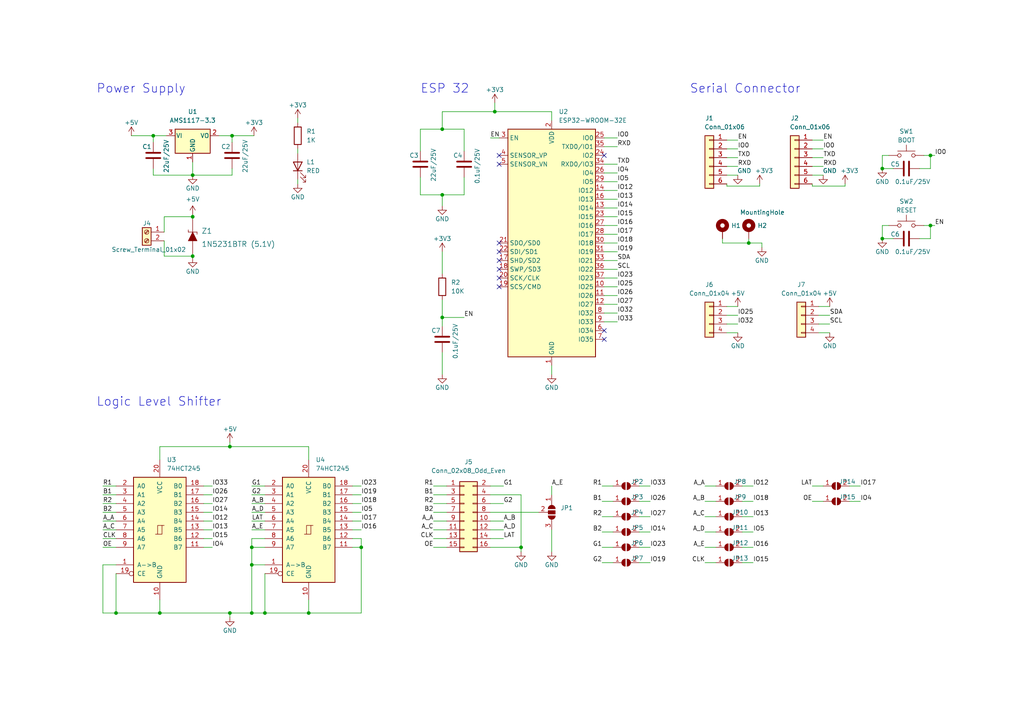
<source format=kicad_sch>
(kicad_sch (version 20211123) (generator eeschema)
  (paper "A4")
  (lib_symbols
    (symbol "74xx:74HC245" (pin_names (offset 1.016))
      (property "Reference" "U" (at -7.62 16.51 0))
      (property "Value" "74HC245" (at -7.62 -16.51 0))
      (symbol "74HC245_1_0"
        (polyline (pts (xy -0.635 -1.27) (xy -0.635 1.27) (xy 0.635 1.27)))
        (polyline (pts (xy -1.27 -1.27) (xy 0.635 -1.27) (xy 0.635 1.27) (xy 1.27 1.27)))
        (pin input line (at -12.7 -10.16 0) (length 5.08) (name "A->B") (number "1"))
        (pin power_in line (at 0 -20.32 90) (length 5.08) (name "GND") (number "10"))
        (pin tri_state line (at 12.7 -5.08 180) (length 5.08) (name "B7") (number "11"))
        (pin tri_state line (at 12.7 -2.54 180) (length 5.08) (name "B6") (number "12"))
        (pin tri_state line (at 12.7 0 180) (length 5.08) (name "B5") (number "13"))
        (pin tri_state line (at 12.7 2.54 180) (length 5.08) (name "B4") (number "14"))
        (pin tri_state line (at 12.7 5.08 180) (length 5.08) (name "B3") (number "15"))
        (pin tri_state line (at 12.7 7.62 180) (length 5.08) (name "B2") (number "16"))
        (pin tri_state line (at 12.7 10.16 180) (length 5.08) (name "B1") (number "17"))
        (pin tri_state line (at 12.7 12.7 180) (length 5.08) (name "B0") (number "18"))
        (pin input inverted (at -12.7 -12.7 0) (length 5.08) (name "CE") (number "19"))
        (pin tri_state line (at -12.7 12.7 0) (length 5.08) (name "A0") (number "2"))
        (pin power_in line (at 0 20.32 270) (length 5.08) (name "VCC") (number "20"))
        (pin tri_state line (at -12.7 10.16 0) (length 5.08) (name "A1") (number "3"))
        (pin tri_state line (at -12.7 7.62 0) (length 5.08) (name "A2") (number "4"))
        (pin tri_state line (at -12.7 5.08 0) (length 5.08) (name "A3") (number "5"))
        (pin tri_state line (at -12.7 2.54 0) (length 5.08) (name "A4") (number "6"))
        (pin tri_state line (at -12.7 0 0) (length 5.08) (name "A5") (number "7"))
        (pin tri_state line (at -12.7 -2.54 0) (length 5.08) (name "A6") (number "8"))
        (pin tri_state line (at -12.7 -5.08 0) (length 5.08) (name "A7") (number "9"))
      )
      (symbol "74HC245_1_1"
        (rectangle (start -7.62 15.24) (end 7.62 -15.24) (stroke (width 0.254)) (fill (type background)))
      )
    )
    (symbol "Connector:Screw_Terminal_01x02" (pin_names (offset 1.016) hide)
      (property "Reference" "J" (at 0 2.54 0))
      (property "Value" "Screw_Terminal_01x02" (at 0 -5.08 0))
      (symbol "Screw_Terminal_01x02_1_1"
        (rectangle (start -1.27 1.27) (end 1.27 -3.81) (stroke (width 0.254)) (fill (type background)))
        (circle (center 0 -2.54) (radius 0.635) (stroke (width 0.1524)))
        (polyline (pts (xy -0.5334 -2.2098) (xy 0.3302 -3.048)) (stroke (width 0.1524)))
        (polyline (pts (xy -0.5334 0.3302) (xy 0.3302 -0.508)) (stroke (width 0.1524)))
        (polyline (pts (xy -0.3556 -2.032) (xy 0.508 -2.8702)) (stroke (width 0.1524)))
        (polyline (pts (xy -0.3556 0.508) (xy 0.508 -0.3302)) (stroke (width 0.1524)))
        (circle (center 0 0) (radius 0.635) (stroke (width 0.1524)))
        (pin passive line (at -5.08 0 0) (length 3.81) (name "Pin_1") (number "1"))
        (pin passive line (at -5.08 -2.54 0) (length 3.81) (name "Pin_2") (number "2"))
      )
    )
    (symbol "Connector_Generic:Conn_01x04" (pin_names (offset 1.016) hide)
      (property "Reference" "J" (at 0 5.08 0))
      (property "Value" "Conn_01x04" (at 0 -7.62 0))
      (symbol "Conn_01x04_1_1"
        (rectangle (start -1.27 -4.953) (end 0 -5.207) (stroke (width 0.1524)))
        (rectangle (start -1.27 -2.413) (end 0 -2.667) (stroke (width 0.1524)))
        (rectangle (start -1.27 0.127) (end 0 -0.127) (stroke (width 0.1524)))
        (rectangle (start -1.27 2.667) (end 0 2.413) (stroke (width 0.1524)))
        (rectangle (start -1.27 3.81) (end 1.27 -6.35) (stroke (width 0.254)) (fill (type background)))
        (pin passive line (at -5.08 2.54 0) (length 3.81) (name "Pin_1") (number "1"))
        (pin passive line (at -5.08 0 0) (length 3.81) (name "Pin_2") (number "2"))
        (pin passive line (at -5.08 -2.54 0) (length 3.81) (name "Pin_3") (number "3"))
        (pin passive line (at -5.08 -5.08 0) (length 3.81) (name "Pin_4") (number "4"))
      )
    )
    (symbol "Connector_Generic:Conn_01x06" (pin_names (offset 1.016) hide)
      (property "Reference" "J" (at 0 7.62 0))
      (property "Value" "Conn_01x06" (at 0 -10.16 0))
      (symbol "Conn_01x06_1_1"
        (rectangle (start -1.27 -7.493) (end 0 -7.747) (stroke (width 0.1524)))
        (rectangle (start -1.27 -4.953) (end 0 -5.207) (stroke (width 0.1524)))
        (rectangle (start -1.27 -2.413) (end 0 -2.667) (stroke (width 0.1524)))
        (rectangle (start -1.27 0.127) (end 0 -0.127) (stroke (width 0.1524)))
        (rectangle (start -1.27 2.667) (end 0 2.413) (stroke (width 0.1524)))
        (rectangle (start -1.27 5.207) (end 0 4.953) (stroke (width 0.1524)))
        (rectangle (start -1.27 6.35) (end 1.27 -8.89) (stroke (width 0.254)) (fill (type background)))
        (pin passive line (at -5.08 5.08 0) (length 3.81) (name "Pin_1") (number "1"))
        (pin passive line (at -5.08 2.54 0) (length 3.81) (name "Pin_2") (number "2"))
        (pin passive line (at -5.08 0 0) (length 3.81) (name "Pin_3") (number "3"))
        (pin passive line (at -5.08 -2.54 0) (length 3.81) (name "Pin_4") (number "4"))
        (pin passive line (at -5.08 -5.08 0) (length 3.81) (name "Pin_5") (number "5"))
        (pin passive line (at -5.08 -7.62 0) (length 3.81) (name "Pin_6") (number "6"))
      )
    )
    (symbol "Connector_Generic:Conn_02x08_Odd_Even" (pin_names (offset 1.016) hide)
      (property "Reference" "J" (at 1.27 10.16 0))
      (property "Value" "Conn_02x08_Odd_Even" (at 1.27 -12.7 0))
      (symbol "Conn_02x08_Odd_Even_1_1"
        (rectangle (start -1.27 -10.033) (end 0 -10.287) (stroke (width 0.1524)))
        (rectangle (start -1.27 -7.493) (end 0 -7.747) (stroke (width 0.1524)))
        (rectangle (start -1.27 -4.953) (end 0 -5.207) (stroke (width 0.1524)))
        (rectangle (start -1.27 -2.413) (end 0 -2.667) (stroke (width 0.1524)))
        (rectangle (start -1.27 0.127) (end 0 -0.127) (stroke (width 0.1524)))
        (rectangle (start -1.27 2.667) (end 0 2.413) (stroke (width 0.1524)))
        (rectangle (start -1.27 5.207) (end 0 4.953) (stroke (width 0.1524)))
        (rectangle (start -1.27 7.747) (end 0 7.493) (stroke (width 0.1524)))
        (rectangle (start -1.27 8.89) (end 3.81 -11.43) (stroke (width 0.254)) (fill (type background)))
        (rectangle (start 3.81 -10.033) (end 2.54 -10.287) (stroke (width 0.1524)))
        (rectangle (start 3.81 -7.493) (end 2.54 -7.747) (stroke (width 0.1524)))
        (rectangle (start 3.81 -4.953) (end 2.54 -5.207) (stroke (width 0.1524)))
        (rectangle (start 3.81 -2.413) (end 2.54 -2.667) (stroke (width 0.1524)))
        (rectangle (start 3.81 0.127) (end 2.54 -0.127) (stroke (width 0.1524)))
        (rectangle (start 3.81 2.667) (end 2.54 2.413) (stroke (width 0.1524)))
        (rectangle (start 3.81 5.207) (end 2.54 4.953) (stroke (width 0.1524)))
        (rectangle (start 3.81 7.747) (end 2.54 7.493) (stroke (width 0.1524)))
        (pin passive line (at -5.08 7.62 0) (length 3.81) (name "Pin_1") (number "1"))
        (pin passive line (at 7.62 -2.54 180) (length 3.81) (name "Pin_10") (number "10"))
        (pin passive line (at -5.08 -5.08 0) (length 3.81) (name "Pin_11") (number "11"))
        (pin passive line (at 7.62 -5.08 180) (length 3.81) (name "Pin_12") (number "12"))
        (pin passive line (at -5.08 -7.62 0) (length 3.81) (name "Pin_13") (number "13"))
        (pin passive line (at 7.62 -7.62 180) (length 3.81) (name "Pin_14") (number "14"))
        (pin passive line (at -5.08 -10.16 0) (length 3.81) (name "Pin_15") (number "15"))
        (pin passive line (at 7.62 -10.16 180) (length 3.81) (name "Pin_16") (number "16"))
        (pin passive line (at 7.62 7.62 180) (length 3.81) (name "Pin_2") (number "2"))
        (pin passive line (at -5.08 5.08 0) (length 3.81) (name "Pin_3") (number "3"))
        (pin passive line (at 7.62 5.08 180) (length 3.81) (name "Pin_4") (number "4"))
        (pin passive line (at -5.08 2.54 0) (length 3.81) (name "Pin_5") (number "5"))
        (pin passive line (at 7.62 2.54 180) (length 3.81) (name "Pin_6") (number "6"))
        (pin passive line (at -5.08 0 0) (length 3.81) (name "Pin_7") (number "7"))
        (pin passive line (at 7.62 0 180) (length 3.81) (name "Pin_8") (number "8"))
        (pin passive line (at -5.08 -2.54 0) (length 3.81) (name "Pin_9") (number "9"))
      )
    )
    (symbol "Device:C" (pin_numbers hide) (pin_names (offset 0.254))
      (property "Reference" "C" (at 0.635 2.54 0))
      (property "Value" "C" (at 0.635 -2.54 0))
      (symbol "C_0_1"
        (polyline (pts (xy -2.032 -0.762) (xy 2.032 -0.762)) (stroke (width 0.508)))
        (polyline (pts (xy -2.032 0.762) (xy 2.032 0.762)) (stroke (width 0.508)))
      )
      (symbol "C_1_1"
        (pin passive line (at 0 3.81 270) (length 2.794) (name "~") (number "1"))
        (pin passive line (at 0 -3.81 90) (length 2.794) (name "~") (number "2"))
      )
    )
    (symbol "Device:LED" (pin_numbers hide) (pin_names (offset 1.016) hide)
      (property "Reference" "D" (at 0 2.54 0))
      (property "Value" "LED" (at 0 -2.54 0))
      (symbol "LED_0_1"
        (polyline (pts (xy -1.27 -1.27) (xy -1.27 1.27)) (stroke (width 0.254)))
        (polyline (pts (xy -1.27 0) (xy 1.27 0)))
        (polyline (pts (xy 1.27 -1.27) (xy 1.27 1.27) (xy -1.27 0) (xy 1.27 -1.27)) (stroke (width 0.254)))
        (polyline (pts (xy -3.048 -0.762) (xy -4.572 -2.286) (xy -3.81 -2.286) (xy -4.572 -2.286) (xy -4.572 -1.524)))
        (polyline (pts (xy -1.778 -0.762) (xy -3.302 -2.286) (xy -2.54 -2.286) (xy -3.302 -2.286) (xy -3.302 -1.524)))
      )
      (symbol "LED_1_1"
        (pin passive line (at -3.81 0 0) (length 2.54) (name "K") (number "1"))
        (pin passive line (at 3.81 0 180) (length 2.54) (name "A") (number "2"))
      )
    )
    (symbol "Device:R" (pin_numbers hide) (pin_names (offset 0))
      (property "Reference" "R" (at 2.032 0 90))
      (property "Value" "R" (at 0 0 90))
      (symbol "R_0_1"
        (rectangle (start -1.016 -2.54) (end 1.016 2.54) (stroke (width 0.254)))
      )
      (symbol "R_1_1"
        (pin passive line (at 0 3.81 270) (length 1.27) (name "~") (number "1"))
        (pin passive line (at 0 -3.81 90) (length 1.27) (name "~") (number "2"))
      )
    )
    (symbol "Jumper:SolderJumper_2_Open" (pin_names (offset 0) hide)
      (property "Reference" "JP" (at 0 2.032 0))
      (property "Value" "SolderJumper_2_Open" (at 0 -2.54 0))
      (symbol "SolderJumper_2_Open_0_1"
        (arc (start -0.254 1.016) (mid -1.27 0) (end -0.254 -1.016))
        (arc (start -0.254 1.016) (mid -1.27 0) (end -0.254 -1.016) (fill (type outline)))
        (polyline (pts (xy -0.254 1.016) (xy -0.254 -1.016)))
        (polyline (pts (xy 0.254 1.016) (xy 0.254 -1.016)))
        (arc (start 0.254 -1.016) (mid 1.27 0) (end 0.254 1.016))
        (arc (start 0.254 -1.016) (mid 1.27 0) (end 0.254 1.016) (fill (type outline)))
      )
      (symbol "SolderJumper_2_Open_1_1"
        (pin passive line (at -3.81 0 0) (length 2.54) (name "A") (number "1"))
        (pin passive line (at 3.81 0 180) (length 2.54) (name "B") (number "2"))
      )
    )
    (symbol "Jumper:SolderJumper_3_Open" (pin_names (offset 0) hide)
      (property "Reference" "JP" (at -2.54 -2.54 0))
      (property "Value" "SolderJumper_3_Open" (at 0 2.794 0))
      (symbol "SolderJumper_3_Open_0_1"
        (arc (start -1.016 1.016) (mid -2.032 0) (end -1.016 -1.016))
        (arc (start -1.016 1.016) (mid -2.032 0) (end -1.016 -1.016) (fill (type outline)))
        (rectangle (start -0.508 1.016) (end 0.508 -1.016) (fill (type outline)))
        (polyline (pts (xy -2.54 0) (xy -2.032 0)))
        (polyline (pts (xy -1.016 1.016) (xy -1.016 -1.016)))
        (polyline (pts (xy 0 -1.27) (xy 0 -1.016)))
        (polyline (pts (xy 1.016 1.016) (xy 1.016 -1.016)))
        (polyline (pts (xy 2.54 0) (xy 2.032 0)))
        (arc (start 1.016 -1.016) (mid 2.032 0) (end 1.016 1.016))
        (arc (start 1.016 -1.016) (mid 2.032 0) (end 1.016 1.016) (fill (type outline)))
      )
      (symbol "SolderJumper_3_Open_1_1"
        (pin passive line (at -5.08 0 0) (length 2.54) (name "A") (number "1"))
        (pin input line (at 0 -3.81 90) (length 2.54) (name "C") (number "2"))
        (pin passive line (at 5.08 0 180) (length 2.54) (name "B") (number "3"))
      )
    )
    (symbol "Mechanical:MountingHole_Pad" (pin_numbers hide) (pin_names (offset 1.016) hide)
      (property "Reference" "H" (at 0 6.35 0))
      (property "Value" "MountingHole_Pad" (at 0 4.445 0))
      (symbol "MountingHole_Pad_0_1"
        (circle (center 0 1.27) (radius 1.27) (stroke (width 1.27)))
      )
      (symbol "MountingHole_Pad_1_1"
        (pin input line (at 0 -2.54 90) (length 2.54) (name "1") (number "1"))
      )
    )
    (symbol "RF_Module:ESP32-WROOM-32D"
      (property "Reference" "U" (at -12.7 34.29 0))
      (property "Value" "ESP32-WROOM-32D" (at 1.27 34.29 0))
      (symbol "ESP32-WROOM-32D_0_1"
        (rectangle (start -12.7 33.02) (end 12.7 -33.02) (stroke (width 0.254)) (fill (type background)))
      )
      (symbol "ESP32-WROOM-32D_1_1"
        (pin power_in line (at 0 -35.56 90) (length 2.54) (name "GND") (number "1"))
        (pin bidirectional line (at 15.24 -12.7 180) (length 2.54) (name "IO25") (number "10"))
        (pin bidirectional line (at 15.24 -15.24 180) (length 2.54) (name "IO26") (number "11"))
        (pin bidirectional line (at 15.24 -17.78 180) (length 2.54) (name "IO27") (number "12"))
        (pin bidirectional line (at 15.24 10.16 180) (length 2.54) (name "IO14") (number "13"))
        (pin bidirectional line (at 15.24 15.24 180) (length 2.54) (name "IO12") (number "14"))
        (pin passive line (at 0 -35.56 90) (length 2.54) hide (name "GND") (number "15"))
        (pin bidirectional line (at 15.24 12.7 180) (length 2.54) (name "IO13") (number "16"))
        (pin bidirectional line (at -15.24 -5.08 0) (length 2.54) (name "SHD/SD2") (number "17"))
        (pin bidirectional line (at -15.24 -7.62 0) (length 2.54) (name "SWP/SD3") (number "18"))
        (pin bidirectional line (at -15.24 -12.7 0) (length 2.54) (name "SCS/CMD") (number "19"))
        (pin power_in line (at 0 35.56 270) (length 2.54) (name "VDD") (number "2"))
        (pin bidirectional line (at -15.24 -10.16 0) (length 2.54) (name "SCK/CLK") (number "20"))
        (pin bidirectional line (at -15.24 0 0) (length 2.54) (name "SDO/SD0") (number "21"))
        (pin bidirectional line (at -15.24 -2.54 0) (length 2.54) (name "SDI/SD1") (number "22"))
        (pin bidirectional line (at 15.24 7.62 180) (length 2.54) (name "IO15") (number "23"))
        (pin bidirectional line (at 15.24 25.4 180) (length 2.54) (name "IO2") (number "24"))
        (pin bidirectional line (at 15.24 30.48 180) (length 2.54) (name "IO0") (number "25"))
        (pin bidirectional line (at 15.24 20.32 180) (length 2.54) (name "IO4") (number "26"))
        (pin bidirectional line (at 15.24 5.08 180) (length 2.54) (name "IO16") (number "27"))
        (pin bidirectional line (at 15.24 2.54 180) (length 2.54) (name "IO17") (number "28"))
        (pin bidirectional line (at 15.24 17.78 180) (length 2.54) (name "IO5") (number "29"))
        (pin input line (at -15.24 30.48 0) (length 2.54) (name "EN") (number "3"))
        (pin bidirectional line (at 15.24 0 180) (length 2.54) (name "IO18") (number "30"))
        (pin bidirectional line (at 15.24 -2.54 180) (length 2.54) (name "IO19") (number "31"))
        (pin no_connect line (at -12.7 -27.94 0) (length 2.54) hide (name "NC") (number "32"))
        (pin bidirectional line (at 15.24 -5.08 180) (length 2.54) (name "IO21") (number "33"))
        (pin bidirectional line (at 15.24 22.86 180) (length 2.54) (name "RXD0/IO3") (number "34"))
        (pin bidirectional line (at 15.24 27.94 180) (length 2.54) (name "TXD0/IO1") (number "35"))
        (pin bidirectional line (at 15.24 -7.62 180) (length 2.54) (name "IO22") (number "36"))
        (pin bidirectional line (at 15.24 -10.16 180) (length 2.54) (name "IO23") (number "37"))
        (pin passive line (at 0 -35.56 90) (length 2.54) hide (name "GND") (number "38"))
        (pin passive line (at 0 -35.56 90) (length 2.54) hide (name "GND") (number "39"))
        (pin input line (at -15.24 25.4 0) (length 2.54) (name "SENSOR_VP") (number "4"))
        (pin input line (at -15.24 22.86 0) (length 2.54) (name "SENSOR_VN") (number "5"))
        (pin input line (at 15.24 -25.4 180) (length 2.54) (name "IO34") (number "6"))
        (pin input line (at 15.24 -27.94 180) (length 2.54) (name "IO35") (number "7"))
        (pin bidirectional line (at 15.24 -20.32 180) (length 2.54) (name "IO32") (number "8"))
        (pin bidirectional line (at 15.24 -22.86 180) (length 2.54) (name "IO33") (number "9"))
      )
    )
    (symbol "Regulator_Linear:AMS1117-3.3" (pin_names (offset 0.254))
      (property "Reference" "U" (at -3.81 3.175 0))
      (property "Value" "AMS1117-3.3" (at 0 3.175 0))
      (symbol "AMS1117-3.3_0_1"
        (rectangle (start -5.08 -5.08) (end 5.08 1.905) (stroke (width 0.254)) (fill (type background)))
      )
      (symbol "AMS1117-3.3_1_1"
        (pin power_in line (at 0 -7.62 90) (length 2.54) (name "GND") (number "1"))
        (pin power_out line (at 7.62 0 180) (length 2.54) (name "VO") (number "2"))
        (pin power_in line (at -7.62 0 0) (length 2.54) (name "VI") (number "3"))
      )
    )
    (symbol "Switch:SW_Push" (pin_numbers hide) (pin_names (offset 1.016) hide)
      (property "Reference" "SW" (at 1.27 2.54 0))
      (property "Value" "SW_Push" (at 0 -1.524 0))
      (symbol "SW_Push_0_1"
        (circle (center -2.032 0) (radius 0.508))
        (polyline (pts (xy 0 1.27) (xy 0 3.048)))
        (polyline (pts (xy 2.54 1.27) (xy -2.54 1.27)))
        (circle (center 2.032 0) (radius 0.508))
        (pin passive line (at -5.08 0 0) (length 2.54) (name "1") (number "1"))
        (pin passive line (at 5.08 0 180) (length 2.54) (name "2") (number "2"))
      )
    )
    (symbol "dk_Diodes-Zener-Single:1N5231BTR" (pin_numbers hide) (pin_names (offset 0) hide)
      (property "Reference" "Z" (at 0 2.54 0))
      (property "Value" "1N5231BTR" (at 0 -2.54 0))
      (symbol "1N5231BTR_0_1"
        (polyline (pts (xy 1.27 -1.27) (xy 0.635 -1.27)))
        (polyline (pts (xy 1.27 1.27) (xy 1.27 -1.27)))
        (polyline (pts (xy 1.27 1.27) (xy 1.905 1.27)))
        (polyline (pts (xy -1.27 1.27) (xy -1.27 -1.27) (xy 1.27 0) (xy -1.27 1.27)) (fill (type outline)))
      )
      (symbol "1N5231BTR_1_1"
        (pin passive line (at -5.08 0 0) (length 3.81) (name "~") (number "A"))
        (pin passive line (at 5.08 0 180) (length 3.81) (name "~") (number "K"))
      )
    )
    (symbol "power:+3.3V" (power) (pin_names (offset 0))
      (property "Value" "+3.3V" (at 0 3.556 0))
      (symbol "+3.3V_0_1"
        (polyline (pts (xy -0.762 1.27) (xy 0 2.54)))
        (polyline (pts (xy 0 0) (xy 0 2.54)))
        (polyline (pts (xy 0 2.54) (xy 0.762 1.27)))
      )
      (symbol "+3.3V_1_1"
        (pin power_in line (at 0 0 90) (length 0) hide (name "+3V3") (number "1"))
      )
    )
    (symbol "power:+5V" (power) (pin_names (offset 0))
      (property "Value" "+5V" (at 0 3.556 0))
      (symbol "+5V_0_1"
        (polyline (pts (xy -0.762 1.27) (xy 0 2.54)))
        (polyline (pts (xy 0 0) (xy 0 2.54)))
        (polyline (pts (xy 0 2.54) (xy 0.762 1.27)))
      )
      (symbol "+5V_1_1"
        (pin power_in line (at 0 0 90) (length 0) hide (name "+5V") (number "1"))
      )
    )
    (symbol "power:GND" (power) (pin_names (offset 0))
      (property "Value" "GND" (at 0 -3.81 0))
      (symbol "GND_0_1"
        (polyline (pts (xy 0 0) (xy 0 -1.27) (xy 1.27 -1.27) (xy 0 -2.54) (xy -1.27 -1.27) (xy 0 -1.27)))
      )
      (symbol "GND_1_1"
        (pin power_in line (at 0 0 270) (length 0) hide (name "GND") (number "1"))
      )
    )
  )
  (junction (at 73.025 158.75))
  (junction (at 66.675 129.54))
  (junction (at 46.355 177.8))
  (junction (at 89.535 177.8))
  (junction (at 76.835 177.8))
  (junction (at 44.45 39.37))
  (junction (at 67.31 39.37))
  (junction (at 255.905 69.215))
  (junction (at 269.875 65.405))
  (junction (at 128.27 37.465))
  (junction (at 55.88 50.8))
  (junction (at 66.675 177.8))
  (junction (at 73.025 177.8))
  (junction (at 269.875 45.085))
  (junction (at 55.88 62.865))
  (junction (at 217.17 70.485))
  (junction (at 128.27 56.515))
  (junction (at 104.775 158.75))
  (junction (at 255.905 48.895))
  (junction (at 128.27 92.075))
  (junction (at 33.655 177.8))
  (junction (at 151.13 158.75))
  (junction (at 73.025 163.83))
  (junction (at 143.51 32.385))
  (junction (at 55.88 74.295))
  (no_connect (at 175.26 45.085))
  (no_connect (at 144.78 45.085))
  (no_connect (at 144.78 47.625))
  (no_connect (at 144.78 78.105))
  (no_connect (at 144.78 80.645))
  (no_connect (at 144.78 70.485))
  (no_connect (at 144.78 73.025))
  (no_connect (at 144.78 75.565))
  (no_connect (at 144.78 83.185))
  (no_connect (at 175.26 98.425))
  (no_connect (at 175.26 95.885))
  (wire (pts (xy 67.31 39.37) (xy 67.31 41.275)))
  (wire (pts (xy 73.025 148.59) (xy 76.835 148.59)))
  (wire (pts (xy 175.26 70.485) (xy 179.07 70.485)))
  (wire (pts (xy 175.26 78.105) (xy 179.07 78.105)))
  (wire (pts (xy 255.905 69.215) (xy 259.08 69.215)))
  (wire (pts (xy 73.025 158.75) (xy 73.025 163.83)))
  (wire (pts (xy 89.535 129.54) (xy 66.675 129.54)))
  (wire (pts (xy 210.82 48.26) (xy 213.995 48.26)))
  (wire (pts (xy 267.97 45.085) (xy 269.875 45.085)))
  (wire (pts (xy 76.835 166.37) (xy 76.835 177.8)))
  (wire (pts (xy 237.49 88.9) (xy 240.665 88.9)))
  (wire (pts (xy 269.875 69.215) (xy 269.875 65.405)))
  (wire (pts (xy 89.535 177.8) (xy 104.775 177.8)))
  (wire (pts (xy 76.835 177.8) (xy 73.025 177.8)))
  (wire (pts (xy 29.845 177.8) (xy 33.655 177.8)))
  (wire (pts (xy 59.055 153.67) (xy 61.595 153.67)))
  (wire (pts (xy 134.62 37.465) (xy 134.62 43.815)))
  (wire (pts (xy 215.265 163.195) (xy 218.44 163.195)))
  (wire (pts (xy 89.535 173.99) (xy 89.535 177.8)))
  (wire (pts (xy 76.835 163.83) (xy 73.025 163.83)))
  (wire (pts (xy 204.47 158.75) (xy 207.645 158.75)))
  (wire (pts (xy 104.775 158.75) (xy 104.775 177.8)))
  (wire (pts (xy 55.88 62.23) (xy 55.88 62.865)))
  (wire (pts (xy 269.875 48.895) (xy 269.875 45.085)))
  (wire (pts (xy 125.73 153.67) (xy 129.54 153.67)))
  (wire (pts (xy 142.24 156.21) (xy 146.05 156.21)))
  (wire (pts (xy 174.625 158.75) (xy 177.8 158.75)))
  (wire (pts (xy 220.98 71.755) (xy 220.98 70.485)))
  (wire (pts (xy 55.88 73.66) (xy 55.88 74.295)))
  (wire (pts (xy 102.235 140.97) (xy 104.775 140.97)))
  (wire (pts (xy 73.025 151.13) (xy 76.835 151.13)))
  (wire (pts (xy 160.02 106.045) (xy 160.02 108.585)))
  (wire (pts (xy 174.625 163.195) (xy 177.8 163.195)))
  (wire (pts (xy 143.51 32.385) (xy 128.27 32.385)))
  (wire (pts (xy 255.905 65.405) (xy 255.905 69.215)))
  (wire (pts (xy 235.585 53.975) (xy 245.11 53.975)))
  (wire (pts (xy 235.585 50.8) (xy 238.76 50.8)))
  (wire (pts (xy 102.235 148.59) (xy 104.775 148.59)))
  (wire (pts (xy 104.775 156.21) (xy 104.775 158.75)))
  (wire (pts (xy 209.55 69.215) (xy 209.55 70.485)))
  (wire (pts (xy 67.31 50.8) (xy 55.88 50.8)))
  (wire (pts (xy 175.26 60.325) (xy 179.07 60.325)))
  (wire (pts (xy 204.47 140.97) (xy 207.645 140.97)))
  (wire (pts (xy 185.42 154.305) (xy 188.595 154.305)))
  (wire (pts (xy 175.26 93.345) (xy 179.07 93.345)))
  (wire (pts (xy 44.45 48.895) (xy 44.45 50.8)))
  (wire (pts (xy 235.585 140.97) (xy 238.76 140.97)))
  (wire (pts (xy 59.055 148.59) (xy 61.595 148.59)))
  (wire (pts (xy 29.845 156.21) (xy 33.655 156.21)))
  (wire (pts (xy 73.025 143.51) (xy 76.835 143.51)))
  (wire (pts (xy 128.27 92.075) (xy 134.62 92.075)))
  (wire (pts (xy 128.27 73.025) (xy 128.27 79.375)))
  (wire (pts (xy 210.82 50.8) (xy 213.995 50.8)))
  (wire (pts (xy 73.025 156.21) (xy 73.025 158.75)))
  (wire (pts (xy 121.92 56.515) (xy 128.27 56.515)))
  (wire (pts (xy 160.02 140.97) (xy 160.02 143.51)))
  (wire (pts (xy 175.26 65.405) (xy 179.07 65.405)))
  (wire (pts (xy 175.26 42.545) (xy 179.07 42.545)))
  (wire (pts (xy 44.45 39.37) (xy 44.45 41.275)))
  (wire (pts (xy 204.47 145.415) (xy 207.645 145.415)))
  (wire (pts (xy 59.055 140.97) (xy 61.595 140.97)))
  (wire (pts (xy 237.49 93.98) (xy 240.665 93.98)))
  (wire (pts (xy 210.82 53.34) (xy 210.82 53.975)))
  (wire (pts (xy 29.845 163.83) (xy 29.845 177.8)))
  (wire (pts (xy 29.845 158.75) (xy 33.655 158.75)))
  (wire (pts (xy 269.875 45.085) (xy 271.145 45.085)))
  (wire (pts (xy 125.73 140.97) (xy 129.54 140.97)))
  (wire (pts (xy 210.82 88.9) (xy 213.995 88.9)))
  (wire (pts (xy 185.42 140.97) (xy 188.595 140.97)))
  (wire (pts (xy 143.51 29.845) (xy 143.51 32.385)))
  (wire (pts (xy 151.13 158.75) (xy 151.13 160.02)))
  (wire (pts (xy 55.88 46.99) (xy 55.88 50.8)))
  (wire (pts (xy 267.97 65.405) (xy 269.875 65.405)))
  (wire (pts (xy 210.82 91.44) (xy 213.995 91.44)))
  (wire (pts (xy 142.24 146.05) (xy 146.05 146.05)))
  (wire (pts (xy 266.7 69.215) (xy 269.875 69.215)))
  (wire (pts (xy 185.42 149.86) (xy 188.595 149.86)))
  (wire (pts (xy 33.655 177.8) (xy 46.355 177.8)))
  (wire (pts (xy 33.655 166.37) (xy 33.655 177.8)))
  (wire (pts (xy 204.47 163.195) (xy 207.645 163.195)))
  (wire (pts (xy 175.26 90.805) (xy 179.07 90.805)))
  (wire (pts (xy 235.585 145.415) (xy 238.76 145.415)))
  (wire (pts (xy 160.02 32.385) (xy 143.51 32.385)))
  (wire (pts (xy 46.355 173.99) (xy 46.355 177.8)))
  (wire (pts (xy 125.73 143.51) (xy 129.54 143.51)))
  (wire (pts (xy 246.38 140.97) (xy 249.555 140.97)))
  (wire (pts (xy 235.585 53.34) (xy 235.585 53.975)))
  (wire (pts (xy 175.26 50.165) (xy 179.07 50.165)))
  (wire (pts (xy 175.26 47.625) (xy 179.07 47.625)))
  (wire (pts (xy 67.31 39.37) (xy 73.66 39.37)))
  (wire (pts (xy 174.625 154.305) (xy 177.8 154.305)))
  (wire (pts (xy 185.42 145.415) (xy 188.595 145.415)))
  (wire (pts (xy 175.26 73.025) (xy 179.07 73.025)))
  (wire (pts (xy 128.27 102.235) (xy 128.27 108.585)))
  (wire (pts (xy 73.025 158.75) (xy 76.835 158.75)))
  (wire (pts (xy 215.265 154.305) (xy 218.44 154.305)))
  (wire (pts (xy 257.81 65.405) (xy 255.905 65.405)))
  (wire (pts (xy 217.17 69.215) (xy 217.17 70.485)))
  (wire (pts (xy 175.26 57.785) (xy 179.07 57.785)))
  (wire (pts (xy 102.235 153.67) (xy 104.775 153.67)))
  (wire (pts (xy 55.88 74.295) (xy 55.88 74.93)))
  (wire (pts (xy 269.875 65.405) (xy 271.145 65.405)))
  (wire (pts (xy 255.905 48.895) (xy 259.08 48.895)))
  (wire (pts (xy 175.26 40.005) (xy 179.07 40.005)))
  (wire (pts (xy 237.49 96.52) (xy 240.665 96.52)))
  (wire (pts (xy 174.625 145.415) (xy 177.8 145.415)))
  (wire (pts (xy 210.82 96.52) (xy 213.995 96.52)))
  (wire (pts (xy 47.625 74.295) (xy 55.88 74.295)))
  (wire (pts (xy 175.26 67.945) (xy 179.07 67.945)))
  (wire (pts (xy 210.82 43.18) (xy 213.995 43.18)))
  (wire (pts (xy 217.17 70.485) (xy 220.98 70.485)))
  (wire (pts (xy 255.905 45.085) (xy 255.905 48.895)))
  (wire (pts (xy 210.82 53.975) (xy 220.345 53.975)))
  (wire (pts (xy 220.345 53.975) (xy 220.345 53.34)))
  (wire (pts (xy 134.62 51.435) (xy 134.62 56.515)))
  (wire (pts (xy 185.42 158.75) (xy 188.595 158.75)))
  (wire (pts (xy 174.625 140.97) (xy 177.8 140.97)))
  (wire (pts (xy 33.655 163.83) (xy 29.845 163.83)))
  (wire (pts (xy 175.26 88.265) (xy 179.07 88.265)))
  (wire (pts (xy 128.27 92.075) (xy 128.27 94.615)))
  (wire (pts (xy 175.26 85.725) (xy 179.07 85.725)))
  (wire (pts (xy 46.355 129.54) (xy 46.355 133.35)))
  (wire (pts (xy 142.24 40.005) (xy 144.78 40.005)))
  (wire (pts (xy 73.025 156.21) (xy 76.835 156.21)))
  (wire (pts (xy 175.26 80.645) (xy 179.07 80.645)))
  (wire (pts (xy 29.845 146.05) (xy 33.655 146.05)))
  (wire (pts (xy 67.31 39.37) (xy 63.5 39.37)))
  (wire (pts (xy 102.235 143.51) (xy 104.775 143.51)))
  (wire (pts (xy 142.24 148.59) (xy 156.21 148.59)))
  (wire (pts (xy 86.36 52.07) (xy 86.36 53.34)))
  (wire (pts (xy 142.24 140.97) (xy 146.05 140.97)))
  (wire (pts (xy 102.235 158.75) (xy 104.775 158.75)))
  (wire (pts (xy 86.36 34.29) (xy 86.36 35.56)))
  (wire (pts (xy 73.025 163.83) (xy 73.025 177.8)))
  (wire (pts (xy 121.92 37.465) (xy 121.92 43.815)))
  (wire (pts (xy 235.585 40.64) (xy 238.76 40.64)))
  (wire (pts (xy 59.055 151.13) (xy 61.595 151.13)))
  (wire (pts (xy 102.235 146.05) (xy 104.775 146.05)))
  (wire (pts (xy 73.025 146.05) (xy 76.835 146.05)))
  (wire (pts (xy 125.73 151.13) (xy 129.54 151.13)))
  (wire (pts (xy 73.025 140.97) (xy 76.835 140.97)))
  (wire (pts (xy 47.625 67.31) (xy 47.625 62.865)))
  (wire (pts (xy 121.92 51.435) (xy 121.92 56.515)))
  (wire (pts (xy 128.27 59.69) (xy 128.27 56.515)))
  (wire (pts (xy 160.02 153.67) (xy 160.02 160.02)))
  (wire (pts (xy 44.45 50.8) (xy 55.88 50.8)))
  (wire (pts (xy 128.27 37.465) (xy 134.62 37.465)))
  (wire (pts (xy 121.92 37.465) (xy 128.27 37.465)))
  (wire (pts (xy 29.845 148.59) (xy 33.655 148.59)))
  (wire (pts (xy 142.24 143.51) (xy 151.13 143.51)))
  (wire (pts (xy 38.1 39.37) (xy 44.45 39.37)))
  (wire (pts (xy 86.36 43.18) (xy 86.36 44.45)))
  (wire (pts (xy 175.26 62.865) (xy 179.07 62.865)))
  (wire (pts (xy 209.55 70.485) (xy 217.17 70.485)))
  (wire (pts (xy 125.73 146.05) (xy 129.54 146.05)))
  (wire (pts (xy 29.845 151.13) (xy 33.655 151.13)))
  (wire (pts (xy 160.02 34.925) (xy 160.02 32.385)))
  (wire (pts (xy 59.055 156.21) (xy 61.595 156.21)))
  (wire (pts (xy 73.025 153.67) (xy 76.835 153.67)))
  (wire (pts (xy 29.845 140.97) (xy 33.655 140.97)))
  (wire (pts (xy 29.845 153.67) (xy 33.655 153.67)))
  (wire (pts (xy 128.27 32.385) (xy 128.27 37.465)))
  (wire (pts (xy 215.265 140.97) (xy 218.44 140.97)))
  (wire (pts (xy 174.625 149.86) (xy 177.8 149.86)))
  (wire (pts (xy 215.265 158.75) (xy 218.44 158.75)))
  (wire (pts (xy 66.675 177.8) (xy 66.675 179.07)))
  (wire (pts (xy 237.49 91.44) (xy 240.665 91.44)))
  (wire (pts (xy 185.42 163.195) (xy 188.595 163.195)))
  (wire (pts (xy 67.31 48.895) (xy 67.31 50.8)))
  (wire (pts (xy 175.26 55.245) (xy 179.07 55.245)))
  (wire (pts (xy 246.38 145.415) (xy 249.555 145.415)))
  (wire (pts (xy 175.26 75.565) (xy 179.07 75.565)))
  (wire (pts (xy 257.81 45.085) (xy 255.905 45.085)))
  (wire (pts (xy 204.47 154.305) (xy 207.645 154.305)))
  (wire (pts (xy 210.82 45.72) (xy 213.995 45.72)))
  (wire (pts (xy 235.585 48.26) (xy 238.76 48.26)))
  (wire (pts (xy 47.625 62.865) (xy 55.88 62.865)))
  (wire (pts (xy 44.45 39.37) (xy 48.26 39.37)))
  (wire (pts (xy 125.73 148.59) (xy 129.54 148.59)))
  (wire (pts (xy 125.73 156.21) (xy 129.54 156.21)))
  (wire (pts (xy 215.265 149.86) (xy 218.44 149.86)))
  (wire (pts (xy 102.235 151.13) (xy 104.775 151.13)))
  (wire (pts (xy 89.535 133.35) (xy 89.535 129.54)))
  (wire (pts (xy 175.26 83.185) (xy 179.07 83.185)))
  (wire (pts (xy 235.585 43.18) (xy 238.76 43.18)))
  (wire (pts (xy 142.24 158.75) (xy 151.13 158.75)))
  (wire (pts (xy 215.265 145.415) (xy 218.44 145.415)))
  (wire (pts (xy 46.355 129.54) (xy 66.675 129.54)))
  (wire (pts (xy 128.27 86.995) (xy 128.27 92.075)))
  (wire (pts (xy 55.88 62.865) (xy 55.88 63.5)))
  (wire (pts (xy 266.7 48.895) (xy 269.875 48.895)))
  (wire (pts (xy 175.26 52.705) (xy 179.07 52.705)))
  (wire (pts (xy 76.835 177.8) (xy 89.535 177.8)))
  (wire (pts (xy 210.82 40.64) (xy 213.995 40.64)))
  (wire (pts (xy 29.845 143.51) (xy 33.655 143.51)))
  (wire (pts (xy 47.625 69.85) (xy 47.625 74.295)))
  (wire (pts (xy 59.055 146.05) (xy 61.595 146.05)))
  (wire (pts (xy 142.24 151.13) (xy 146.05 151.13)))
  (wire (pts (xy 204.47 149.86) (xy 207.645 149.86)))
  (wire (pts (xy 102.235 156.21) (xy 104.775 156.21)))
  (wire (pts (xy 125.73 158.75) (xy 129.54 158.75)))
  (wire (pts (xy 245.11 53.975) (xy 245.11 53.34)))
  (wire (pts (xy 142.24 153.67) (xy 146.05 153.67)))
  (wire (pts (xy 59.055 158.75) (xy 61.595 158.75)))
  (wire (pts (xy 66.675 177.8) (xy 73.025 177.8)))
  (wire (pts (xy 66.675 128.27) (xy 66.675 129.54)))
  (wire (pts (xy 235.585 45.72) (xy 238.76 45.72)))
  (wire (pts (xy 46.355 177.8) (xy 66.675 177.8)))
  (wire (pts (xy 210.82 93.98) (xy 213.995 93.98)))
  (wire (pts (xy 59.055 143.51) (xy 61.595 143.51)))
  (wire (pts (xy 128.27 56.515) (xy 134.62 56.515)))
  (wire (pts (xy 151.13 143.51) (xy 151.13 158.75)))
  (text "Logic Level Shifter" (at 27.94 118.11 180) (effects (font (size 2.54 2.54)) (justify left bottom)))
  (text "Serial Connector" (at 200.025 27.305 180) (effects (font (size 2.54 2.54)) (justify left bottom)))
  (text "ESP 32" (at 121.92 27.305 180) (effects (font (size 2.54 2.54)) (justify left bottom)))
  (text "Power Supply" (at 27.94 27.305 180) (effects (font (size 2.54 2.54)) (justify left bottom)))
  (label "LAT" (at 235.585 140.97 180))
  (label "IO4" (at 249.555 145.415 0))
  (label "IO4" (at 179.07 50.165 0))
  (label "IO16" (at 218.44 158.75 0))
  (label "IO0" (at 213.995 43.18 0))
  (label "TXD" (at 213.995 45.72 0))
  (label "EN" (at 134.62 92.075 0))
  (label "IO15" (at 179.07 62.865 0))
  (label "G1" (at 73.025 140.97 0))
  (label "IO0" (at 238.76 43.18 0))
  (label "LAT" (at 73.025 151.13 0))
  (label "A_D" (at 146.05 153.67 0))
  (label "G2" (at 73.025 143.51 0))
  (label "RXD" (at 179.07 42.545 0))
  (label "R2" (at 174.625 149.86 180))
  (label "A_E" (at 160.02 140.97 0))
  (label "A_D" (at 73.025 148.59 0))
  (label "IO19" (at 188.595 163.195 0))
  (label "EN" (at 271.145 65.405 0))
  (label "IO18" (at 218.44 145.415 0))
  (label "OE" (at 125.73 158.75 180))
  (label "IO27" (at 188.595 149.86 0))
  (label "G2" (at 146.05 146.05 0))
  (label "IO17" (at 104.775 151.13 0))
  (label "IO27" (at 61.595 146.05 0))
  (label "IO18" (at 179.07 70.485 0))
  (label "R2" (at 29.845 146.05 0))
  (label "EN" (at 213.995 40.64 0))
  (label "IO23" (at 179.07 80.645 0))
  (label "R2" (at 125.73 146.05 180))
  (label "IO13" (at 179.07 57.785 0))
  (label "IO16" (at 104.775 153.67 0))
  (label "IO26" (at 188.595 145.415 0))
  (label "A_B" (at 146.05 151.13 0))
  (label "A_C" (at 125.73 153.67 180))
  (label "IO33" (at 188.595 140.97 0))
  (label "G1" (at 174.625 158.75 180))
  (label "IO15" (at 61.595 156.21 0))
  (label "IO17" (at 249.555 140.97 0))
  (label "IO16" (at 179.07 65.405 0))
  (label "SDA" (at 240.665 91.44 0))
  (label "OE" (at 235.585 145.415 180))
  (label "IO13" (at 218.44 149.86 0))
  (label "RXD" (at 238.76 48.26 0))
  (label "IO5" (at 218.44 154.305 0))
  (label "G1" (at 146.05 140.97 0))
  (label "IO14" (at 179.07 60.325 0))
  (label "A_C" (at 29.845 153.67 0))
  (label "IO17" (at 179.07 67.945 0))
  (label "R1" (at 125.73 140.97 180))
  (label "A_E" (at 204.47 158.75 180))
  (label "A_B" (at 73.025 146.05 0))
  (label "IO12" (at 179.07 55.245 0))
  (label "IO23" (at 188.595 158.75 0))
  (label "B2" (at 125.73 148.59 180))
  (label "B1" (at 174.625 145.415 180))
  (label "B1" (at 125.73 143.51 180))
  (label "CLK" (at 29.845 156.21 0))
  (label "A_A" (at 204.47 140.97 180))
  (label "IO33" (at 61.595 140.97 0))
  (label "SDA" (at 179.07 75.565 0))
  (label "IO18" (at 104.775 146.05 0))
  (label "TXD" (at 179.07 47.625 0))
  (label "IO33" (at 179.07 93.345 0))
  (label "CLK" (at 204.47 163.195 180))
  (label "RXD" (at 213.995 48.26 0))
  (label "B1" (at 29.845 143.51 0))
  (label "A_A" (at 29.845 151.13 0))
  (label "R1" (at 29.845 140.97 0))
  (label "IO14" (at 61.595 148.59 0))
  (label "R1" (at 174.625 140.97 180))
  (label "B2" (at 29.845 148.59 0))
  (label "IO19" (at 104.775 143.51 0))
  (label "A_B" (at 204.47 145.415 180))
  (label "IO19" (at 179.07 73.025 0))
  (label "OE" (at 29.845 158.75 0))
  (label "IO32" (at 179.07 90.805 0))
  (label "EN" (at 142.24 40.005 0))
  (label "IO0" (at 271.145 45.085 0))
  (label "A_C" (at 204.47 149.86 180))
  (label "IO12" (at 61.595 151.13 0))
  (label "IO32" (at 213.995 93.98 0))
  (label "IO13" (at 61.595 153.67 0))
  (label "LAT" (at 146.05 156.21 0))
  (label "IO25" (at 179.07 83.185 0))
  (label "EN" (at 238.76 40.64 0))
  (label "IO12" (at 218.44 140.97 0))
  (label "TXD" (at 238.76 45.72 0))
  (label "IO15" (at 218.44 163.195 0))
  (label "IO0" (at 179.07 40.005 0))
  (label "IO25" (at 213.995 91.44 0))
  (label "IO27" (at 179.07 88.265 0))
  (label "IO14" (at 188.595 154.305 0))
  (label "A_A" (at 125.73 151.13 180))
  (label "IO26" (at 61.595 143.51 0))
  (label "A_D" (at 204.47 154.305 180))
  (label "IO5" (at 179.07 52.705 0))
  (label "SCL" (at 240.665 93.98 0))
  (label "IO23" (at 104.775 140.97 0))
  (label "IO5" (at 104.775 148.59 0))
  (label "A_E" (at 73.025 153.67 0))
  (label "G2" (at 174.625 163.195 180))
  (label "CLK" (at 125.73 156.21 180))
  (label "IO4" (at 61.595 158.75 0))
  (label "SCL" (at 179.07 78.105 0))
  (label "B2" (at 174.625 154.305 180))
  (label "IO26" (at 179.07 85.725 0))
  (symbol (lib_id "power:GND") (at 128.27 108.585 0) (unit 1)
    (property "Reference" "#PWR017" (effects hide))
    (property "Value" "GND" (at 128.27 112.395 0))
  )
  (symbol (lib_id "Connector_Generic:Conn_01x06") (at 230.505 45.72 0) (mirror y) (unit 1)
    (property "Reference" "J2" (at 230.505 34.29 0))
    (property "Value" "Conn_01x06" (at 234.95 36.83 0))
    (property "Footprint" "Connector_PinHeader_2.54mm:PinHeader_1x06_P2.54mm_Vertical" (effects hide))
  )
  (symbol (lib_id "74xx:74HC245") (at 89.535 153.67 0) (unit 1)
    (property "Reference" "U4" (at 91.5544 133.35 0) (effects (justify left)))
    (property "Value" "74HCT245" (at 91.5544 135.89 0) (effects (justify left)))
    (property "Footprint" "Package_SO:ETSSOP-20-1EP_4.4x6.5mm_P0.65mm_EP3x4.2mm" (effects hide))
    (property "Datasheet" "http://www.ti.com/lit/gpn/sn74HC245" (effects hide))
  )
  (symbol (lib_id "Jumper:SolderJumper_2_Open") (at 211.455 154.305 0) (unit 1)
    (property "Reference" "JP11" (at 214.63 153.035 0))
    (property "Value" "SolderJumper_2_Open" (effects hide))
    (property "Footprint" "Resistor_SMD:R_0402_1005Metric_Pad0.72x0.64mm_HandSolder" (effects hide))
  )
  (symbol (lib_id "Jumper:SolderJumper_2_Open") (at 181.61 145.415 0) (unit 1)
    (property "Reference" "JP3" (at 184.785 144.145 0))
    (property "Value" "SolderJumper_2_Open" (effects hide))
    (property "Footprint" "Resistor_SMD:R_0402_1005Metric_Pad0.72x0.64mm_HandSolder" (effects hide))
  )
  (symbol (lib_id "Jumper:SolderJumper_2_Open") (at 242.57 140.97 0) (unit 1)
    (property "Reference" "JP14" (at 245.745 139.7 0))
    (property "Value" "SolderJumper_2_Open" (effects hide))
    (property "Footprint" "Resistor_SMD:R_0402_1005Metric_Pad0.72x0.64mm_HandSolder" (effects hide))
  )
  (symbol (lib_id "Device:R") (at 128.27 83.185 0) (unit 1)
    (property "Reference" "R2" (at 130.81 81.9149 0) (effects (justify left)))
    (property "Value" "10K" (at 130.81 84.4549 0) (effects (justify left)))
    (property "Footprint" "Resistor_SMD:R_0805_2012Metric" (effects hide))
  )
  (symbol (lib_id "74xx:74HC245") (at 46.355 153.67 0) (unit 1)
    (property "Reference" "U3" (at 48.3744 133.35 0) (effects (justify left)))
    (property "Value" "74HCT245" (at 48.3744 135.89 0) (effects (justify left)))
    (property "Footprint" "Package_SO:ETSSOP-20-1EP_4.4x6.5mm_P0.65mm_EP3x4.2mm" (effects hide))
    (property "Datasheet" "http://www.ti.com/lit/gpn/sn74HC245" (effects hide))
  )
  (symbol (lib_id "power:+5V") (at 66.675 128.27 0) (unit 1)
    (property "Reference" "#PWR019" (effects hide))
    (property "Value" "+5V" (at 66.675 124.46 0))
  )
  (symbol (lib_id "Connector_Generic:Conn_01x06") (at 205.74 45.72 0) (mirror y) (unit 1)
    (property "Reference" "J1" (at 205.74 34.29 0))
    (property "Value" "Conn_01x06" (at 210.185 36.83 0))
    (property "Footprint" "Connector_JST:JST_SH_BM06B-SRSS-TB_1x06-1MP_P1.00mm_Vertical" (effects hide))
  )
  (symbol (lib_id "power:GND") (at 213.995 96.52 0) (unit 1)
    (property "Reference" "#PWR0102" (effects hide))
    (property "Value" "GND" (at 213.995 100.33 0))
  )
  (symbol (lib_id "power:GND") (at 86.36 53.34 0) (unit 1)
    (property "Reference" "#PWR09" (effects hide))
    (property "Value" "GND" (at 86.36 57.15 0))
  )
  (symbol (lib_id "power:GND") (at 55.88 50.8 0) (unit 1)
    (property "Reference" "#PWR06" (effects hide))
    (property "Value" "GND" (at 55.88 54.61 0))
  )
  (symbol (lib_id "Device:C") (at 44.45 45.085 0) (unit 1)
    (property "Reference" "C1" (at 41.275 42.545 0) (effects (justify left)))
    (property "Value" "22uF/25V" (at 48.26 50.165 90) (effects (justify left)))
    (property "Footprint" "Capacitor_Tantalum_SMD:CP_EIA-3528-21_Kemet-B_Pad1.50x2.35mm_HandSolder" (effects hide))
  )
  (symbol (lib_id "power:+5V") (at 240.665 88.9 0) (unit 1)
    (property "Reference" "#PWR0101" (effects hide))
    (property "Value" "+5V" (at 240.665 85.09 0))
  )
  (symbol (lib_id "Connector_Generic:Conn_01x04") (at 232.41 91.44 0) (mirror y) (unit 1)
    (property "Reference" "J7" (at 232.41 82.55 0))
    (property "Value" "Conn_01x04" (at 232.41 85.09 0))
    (property "Footprint" "Connector_PinSocket_2.54mm:PinSocket_1x04_P2.54mm_Vertical" (effects hide))
  )
  (symbol (lib_id "Device:R") (at 86.36 39.37 0) (unit 1)
    (property "Reference" "R1" (at 88.9 38.0999 0) (effects (justify left)))
    (property "Value" "1K" (at 88.9 40.6399 0) (effects (justify left)))
    (property "Footprint" "Resistor_SMD:R_0805_2012Metric" (effects hide))
  )
  (symbol (lib_id "power:GND") (at 220.98 71.755 0) (unit 1)
    (property "Reference" "#PWR014" (effects hide))
    (property "Value" "GND" (at 220.98 75.565 0))
  )
  (symbol (lib_id "Mechanical:MountingHole_Pad") (at 209.55 66.675 0) (unit 1)
    (property "Reference" "H1" (at 212.09 65.4304 0) (effects (justify left)))
    (property "Value" "MountingHole" (effects hide))
    (property "Footprint" "MountingHole:MountingHole_3.2mm_M3_Pad" (effects hide))
  )
  (symbol (lib_id "Jumper:SolderJumper_3_Open") (at 160.02 148.59 270) (unit 1)
    (property "Reference" "JP1" (at 162.56 147.3199 90) (effects (justify left)))
    (property "Value" "SolderJumper_3_Open" (effects hide))
    (property "Footprint" "Jumper:SolderJumper-3_P1.3mm_Open_RoundedPad1.0x1.5mm" (effects hide))
  )
  (symbol (lib_id "Device:C") (at 128.27 98.425 0) (unit 1)
    (property "Reference" "C7" (at 125.095 95.885 0) (effects (justify left)))
    (property "Value" "0.1uF/25V" (at 132.08 104.14 90) (effects (justify left)))
    (property "Footprint" "Capacitor_SMD:C_0805_2012Metric" (effects hide))
  )
  (symbol (lib_id "Jumper:SolderJumper_2_Open") (at 211.455 145.415 0) (unit 1)
    (property "Reference" "JP9" (at 214.63 144.145 0))
    (property "Value" "SolderJumper_2_Open" (effects hide))
    (property "Footprint" "Resistor_SMD:R_0402_1005Metric_Pad0.72x0.64mm_HandSolder" (effects hide))
  )
  (symbol (lib_id "power:+5V") (at 213.995 88.9 0) (unit 1)
    (property "Reference" "#PWR0103" (effects hide))
    (property "Value" "+5V" (at 213.995 85.09 0))
  )
  (symbol (lib_id "Jumper:SolderJumper_2_Open") (at 242.57 145.415 0) (unit 1)
    (property "Reference" "JP15" (at 245.745 144.145 0))
    (property "Value" "SolderJumper_2_Open" (effects hide))
    (property "Footprint" "Resistor_SMD:R_0402_1005Metric_Pad0.72x0.64mm_HandSolder" (effects hide))
  )
  (symbol (lib_id "power:+3.3V") (at 86.36 34.29 0) (unit 1)
    (property "Reference" "#PWR02" (effects hide))
    (property "Value" "+3.3V" (at 86.36 30.48 0))
  )
  (symbol (lib_id "Device:C") (at 121.92 47.625 0) (unit 1)
    (property "Reference" "C3" (at 118.745 45.085 0) (effects (justify left)))
    (property "Value" "22uF/25V" (at 125.73 52.705 90) (effects (justify left)))
    (property "Footprint" "Capacitor_SMD:C_0805_2012Metric" (effects hide))
  )
  (symbol (lib_id "Connector:Screw_Terminal_01x02") (at 42.545 67.31 0) (mirror y) (unit 1)
    (property "Reference" "J4" (at 43.815 64.77 0) (effects (justify left)))
    (property "Value" "Screw_Terminal_01x02" (at 53.975 72.39 0) (effects (justify left)))
    (property "Footprint" "TerminalBlock_Phoenix:TerminalBlock_Phoenix_PT-1,5-2-5.0-H_1x02_P5.00mm_Horizontal" (effects hide))
  )
  (symbol (lib_id "Jumper:SolderJumper_2_Open") (at 181.61 163.195 0) (unit 1)
    (property "Reference" "JP7" (at 184.785 161.925 0))
    (property "Value" "SolderJumper_2_Open" (effects hide))
    (property "Footprint" "Resistor_SMD:R_0402_1005Metric_Pad0.72x0.64mm_HandSolder" (effects hide))
  )
  (symbol (lib_id "Connector_Generic:Conn_02x08_Odd_Even") (at 134.62 148.59 0) (unit 1)
    (property "Reference" "J5" (at 135.89 133.985 0))
    (property "Value" "Conn_02x08_Odd_Even" (at 135.89 136.525 0))
    (property "Footprint" "Connector_IDC:IDC-Header_2x08_P2.54mm_Vertical" (effects hide))
  )
  (symbol (lib_id "power:+5V") (at 55.88 62.23 0) (unit 1)
    (property "Reference" "#PWR012" (effects hide))
    (property "Value" "+5V" (at 55.88 57.785 0))
  )
  (symbol (lib_id "power:GND") (at 128.27 59.69 0) (unit 1)
    (property "Reference" "#PWR0105" (effects hide))
    (property "Value" "GND" (at 128.27 63.5 0))
  )
  (symbol (lib_id "Jumper:SolderJumper_2_Open") (at 211.455 140.97 0) (unit 1)
    (property "Reference" "JP8" (at 214.63 139.7 0))
    (property "Value" "SolderJumper_2_Open" (effects hide))
    (property "Footprint" "Resistor_SMD:R_0402_1005Metric_Pad0.72x0.64mm_HandSolder" (effects hide))
  )
  (symbol (lib_id "power:GND") (at 160.02 160.02 0) (unit 1)
    (property "Reference" "#PWR021" (effects hide))
    (property "Value" "GND" (at 160.02 163.83 0))
  )
  (symbol (lib_id "RF_Module:ESP32-WROOM-32D") (at 160.02 70.485 0) (unit 1)
    (property "Reference" "U2" (at 162.0394 32.385 0) (effects (justify left)))
    (property "Value" "ESP32-WROOM-32E" (at 162.0394 34.925 0) (effects (justify left)))
    (property "Footprint" "RF_Module:ESP32-WROOM-32" (effects hide))
    (property "Datasheet" "https://www.espressif.com/sites/default/files/documentation/esp32-wroom-32d_esp32-wroom-32u_datasheet_en.pdf" (effects hide))
  )
  (symbol (lib_id "power:GND") (at 160.02 108.585 0) (unit 1)
    (property "Reference" "#PWR018" (effects hide))
    (property "Value" "GND" (at 160.02 112.395 0))
  )
  (symbol (lib_id "power:+3.3V") (at 73.66 39.37 0) (unit 1)
    (property "Reference" "#PWR04" (effects hide))
    (property "Value" "+3.3V" (at 73.66 35.56 0))
  )
  (symbol (lib_id "Regulator_Linear:AMS1117-3.3") (at 55.88 39.37 0) (unit 1)
    (property "Reference" "U1" (at 55.88 32.385 0))
    (property "Value" "AMS1117-3.3" (at 55.88 34.925 0))
    (property "Footprint" "Package_TO_SOT_SMD:SOT-223-3_TabPin2" (effects hide))
    (property "Datasheet" "http://www.advanced-monolithic.com/pdf/ds1117.pdf" (effects hide))
  )
  (symbol (lib_id "Jumper:SolderJumper_2_Open") (at 211.455 163.195 0) (unit 1)
    (property "Reference" "JP13" (at 214.63 161.925 0))
    (property "Value" "SolderJumper_2_Open" (effects hide))
    (property "Footprint" "Resistor_SMD:R_0402_1005Metric_Pad0.72x0.64mm_HandSolder" (effects hide))
  )
  (symbol (lib_id "power:GND") (at 213.995 50.8 0) (unit 1)
    (property "Reference" "#PWR07" (effects hide))
    (property "Value" "GND" (at 215.9 49.53 0))
  )
  (symbol (lib_id "Jumper:SolderJumper_2_Open") (at 181.61 140.97 0) (unit 1)
    (property "Reference" "JP2" (at 184.785 139.7 0))
    (property "Value" "SolderJumper_2_Open" (effects hide))
    (property "Footprint" "Resistor_SMD:R_0402_1005Metric_Pad0.72x0.64mm_HandSolder" (effects hide))
  )
  (symbol (lib_id "dk_Diodes-Zener-Single:1N5231BTR") (at 55.88 68.58 90) (unit 1)
    (property "Reference" "Z1" (at 58.42 66.9925 90) (effects (font (size 1.524 1.524)) (justify right)))
    (property "Value" "1N5231BTR (5.1V)" (at 58.42 70.8025 90) (effects (font (size 1.524 1.524)) (justify right)))
    (property "Footprint" "digikey-footprints:SOD-80" (effects hide))
    (property "Datasheet" "https://www.onsemi.com/pub/Collateral/1N5221B-D.PDF" (effects hide))
    (property "Digi-Key_PN" "1N5231BFSCT-ND" (effects hide))
    (property "MPN" "1N5231BTR" (effects hide))
    (property "Category" "Discrete Semiconductor Products" (effects hide))
    (property "Family" "Diodes - Zener - Single" (effects hide))
    (property "DK_Datasheet_Link" "https://www.onsemi.com/pub/Collateral/1N5221B-D.PDF" (effects hide))
    (property "DK_Detail_Page" "/product-detail/en/on-semiconductor/1N5231BTR/1N5231BFSCT-ND/1532765" (effects hide))
    (property "Description" "DIODE ZENER 5.1V 500MW DO35" (effects hide))
    (property "Manufacturer" "ON Semiconductor" (effects hide))
    (property "Status" "Active" (effects hide))
  )
  (symbol (lib_id "power:GND") (at 255.905 48.895 0) (unit 1)
    (property "Reference" "#PWR05" (effects hide))
    (property "Value" "GND" (at 255.905 52.705 0))
  )
  (symbol (lib_id "power:GND") (at 66.675 179.07 0) (unit 1)
    (property "Reference" "#PWR022" (effects hide))
    (property "Value" "GND" (at 66.675 182.88 0))
  )
  (symbol (lib_id "Switch:SW_Push") (at 262.89 45.085 0) (unit 1)
    (property "Reference" "SW1" (at 262.89 38.1 0))
    (property "Value" "BOOT" (at 262.89 40.64 0))
    (property "Footprint" "Switches:TACTILE_SWITCH_SMD_6.0X3.5MM" (effects hide))
  )
  (symbol (lib_id "Jumper:SolderJumper_2_Open") (at 181.61 158.75 0) (unit 1)
    (property "Reference" "JP6" (at 184.785 157.48 0))
    (property "Value" "SolderJumper_2_Open" (effects hide))
    (property "Footprint" "Resistor_SMD:R_0402_1005Metric_Pad0.72x0.64mm_HandSolder" (effects hide))
  )
  (symbol (lib_id "Mechanical:MountingHole_Pad") (at 217.17 66.675 0) (unit 1)
    (property "Reference" "H2" (at 219.71 65.4304 0) (effects (justify left)))
    (property "Value" "MountingHole" (at 214.63 61.595 0) (effects (justify left)))
    (property "Footprint" "MountingHole:MountingHole_3.2mm_M3_Pad" (effects hide))
  )
  (symbol (lib_id "power:+5V") (at 38.1 39.37 0) (unit 1)
    (property "Reference" "#PWR03" (effects hide))
    (property "Value" "+5V" (at 38.1 35.56 0))
  )
  (symbol (lib_id "Device:C") (at 134.62 47.625 0) (unit 1)
    (property "Reference" "C4" (at 131.445 45.085 0) (effects (justify left)))
    (property "Value" "0.1uF/25V" (at 138.43 53.34 90) (effects (justify left)))
    (property "Footprint" "Capacitor_SMD:C_0805_2012Metric" (effects hide))
  )
  (symbol (lib_id "Switch:SW_Push") (at 262.89 65.405 0) (unit 1)
    (property "Reference" "SW2" (at 262.89 58.42 0))
    (property "Value" "RESET" (at 262.89 60.96 0))
    (property "Footprint" "Switches:TACTILE_SWITCH_SMD_6.0X3.5MM" (effects hide))
  )
  (symbol (lib_id "power:+3.3V") (at 128.27 73.025 0) (unit 1)
    (property "Reference" "#PWR015" (effects hide))
    (property "Value" "+3.3V" (at 128.27 69.215 0))
  )
  (symbol (lib_id "power:+3.3V") (at 143.51 29.845 0) (unit 1)
    (property "Reference" "#PWR01" (effects hide))
    (property "Value" "+3.3V" (at 143.51 26.035 0))
  )
  (symbol (lib_id "Jumper:SolderJumper_2_Open") (at 211.455 158.75 0) (unit 1)
    (property "Reference" "JP12" (at 214.63 157.48 0))
    (property "Value" "SolderJumper_2_Open" (effects hide))
    (property "Footprint" "Resistor_SMD:R_0402_1005Metric_Pad0.72x0.64mm_HandSolder" (effects hide))
  )
  (symbol (lib_id "power:GND") (at 240.665 96.52 0) (unit 1)
    (property "Reference" "#PWR0104" (effects hide))
    (property "Value" "GND" (at 240.665 100.33 0))
  )
  (symbol (lib_id "Device:C") (at 67.31 45.085 0) (unit 1)
    (property "Reference" "C2" (at 64.135 42.545 0) (effects (justify left)))
    (property "Value" "22uF/25V" (at 71.12 50.165 90) (effects (justify left)))
    (property "Footprint" "Capacitor_SMD:C_0805_2012Metric" (effects hide))
  )
  (symbol (lib_id "power:GND") (at 55.88 74.93 0) (unit 1)
    (property "Reference" "#PWR016" (effects hide))
    (property "Value" "GND" (at 55.88 78.74 0))
  )
  (symbol (lib_id "Jumper:SolderJumper_2_Open") (at 211.455 149.86 0) (unit 1)
    (property "Reference" "JP10" (at 214.63 148.59 0))
    (property "Value" "SolderJumper_2_Open" (effects hide))
    (property "Footprint" "Resistor_SMD:R_0402_1005Metric_Pad0.72x0.64mm_HandSolder" (effects hide))
  )
  (symbol (lib_id "Jumper:SolderJumper_2_Open") (at 181.61 154.305 0) (unit 1)
    (property "Reference" "JP5" (at 184.785 153.035 0))
    (property "Value" "SolderJumper_2_Open" (effects hide))
    (property "Footprint" "Resistor_SMD:R_0402_1005Metric_Pad0.72x0.64mm_HandSolder" (effects hide))
  )
  (symbol (lib_id "power:+3.3V") (at 245.11 53.34 0) (unit 1)
    (property "Reference" "#PWR011" (effects hide))
    (property "Value" "+3.3V" (at 246.38 49.53 0))
  )
  (symbol (lib_id "Device:LED") (at 86.36 48.26 90) (unit 1)
    (property "Reference" "L1" (at 88.9 46.99 90) (effects (justify right)))
    (property "Value" "RED" (at 88.9 49.53 90) (effects (justify right)))
    (property "Footprint" "LED_SMD:LED_0805_2012Metric" (effects hide))
  )
  (symbol (lib_id "power:GND") (at 255.905 69.215 0) (unit 1)
    (property "Reference" "#PWR013" (effects hide))
    (property "Value" "GND" (at 255.905 73.025 0))
  )
  (symbol (lib_id "power:GND") (at 151.13 160.02 0) (unit 1)
    (property "Reference" "#PWR020" (effects hide))
    (property "Value" "GND" (at 151.13 163.83 0))
  )
  (symbol (lib_id "Device:C") (at 262.89 48.895 90) (unit 1)
    (property "Reference" "C5" (at 260.985 47.625 90) (effects (justify left)))
    (property "Value" "0.1uF/25V" (at 269.875 52.705 90) (effects (justify left)))
    (property "Footprint" "Capacitor_SMD:C_0805_2012Metric" (effects hide))
  )
  (symbol (lib_id "Jumper:SolderJumper_2_Open") (at 181.61 149.86 0) (unit 1)
    (property "Reference" "JP4" (at 184.785 148.59 0))
    (property "Value" "SolderJumper_2_Open" (effects hide))
    (property "Footprint" "Resistor_SMD:R_0402_1005Metric_Pad0.72x0.64mm_HandSolder" (effects hide))
  )
  (symbol (lib_id "Connector_Generic:Conn_01x04") (at 205.74 91.44 0) (mirror y) (unit 1)
    (property "Reference" "J6" (at 205.74 82.55 0))
    (property "Value" "Conn_01x04" (at 205.74 85.09 0))
    (property "Footprint" "Connector_PinSocket_2.54mm:PinSocket_1x04_P2.54mm_Vertical" (effects hide))
  )
  (symbol (lib_id "power:GND") (at 238.76 50.8 0) (unit 1)
    (property "Reference" "#PWR08" (effects hide))
    (property "Value" "GND" (at 240.665 49.53 0))
  )
  (symbol (lib_id "Device:C") (at 262.89 69.215 90) (unit 1)
    (property "Reference" "C6" (at 260.985 67.945 90) (effects (justify left)))
    (property "Value" "0.1uF/25V" (at 269.875 73.025 90) (effects (justify left)))
    (property "Footprint" "Capacitor_SMD:C_0805_2012Metric" (effects hide))
  )
  (symbol (lib_id "power:+3.3V") (at 220.345 53.34 0) (unit 1)
    (property "Reference" "#PWR010" (effects hide))
    (property "Value" "+3.3V" (at 221.615 49.53 0))
  )
)
</source>
